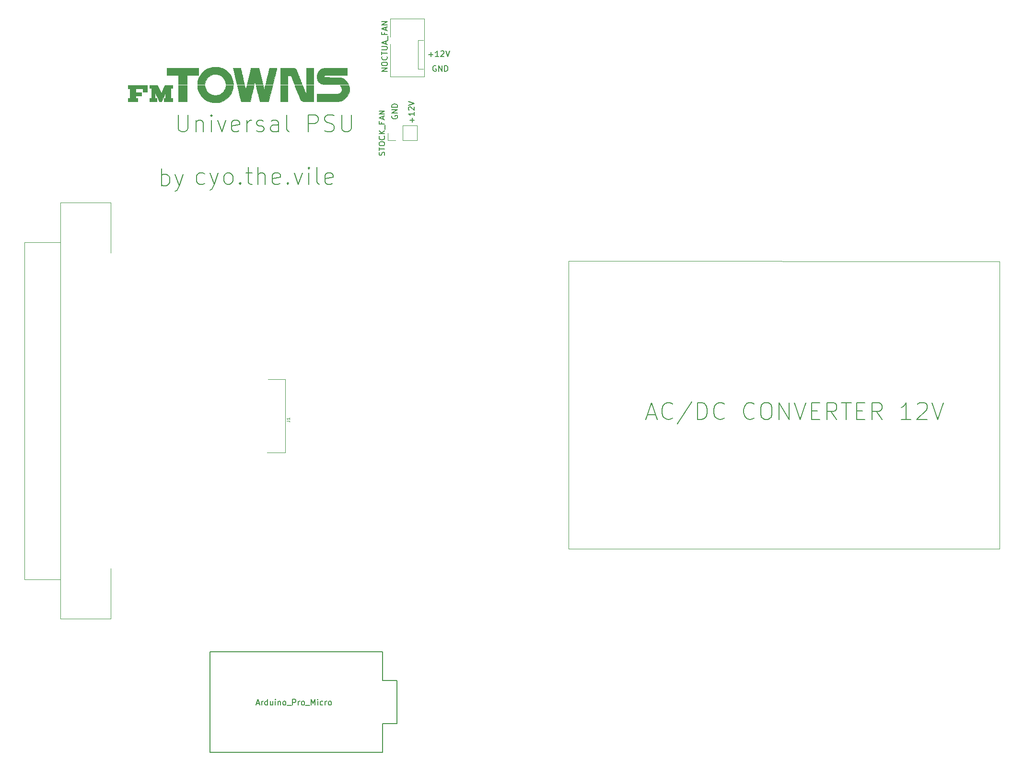
<source format=gbr>
%TF.GenerationSoftware,KiCad,Pcbnew,(5.1.9)-1*%
%TF.CreationDate,2021-04-02T12:34:59-05:00*%
%TF.ProjectId,FM Towns Pico Adapter,464d2054-6f77-46e7-9320-5069636f2041,rev?*%
%TF.SameCoordinates,Original*%
%TF.FileFunction,Legend,Top*%
%TF.FilePolarity,Positive*%
%FSLAX46Y46*%
G04 Gerber Fmt 4.6, Leading zero omitted, Abs format (unit mm)*
G04 Created by KiCad (PCBNEW (5.1.9)-1) date 2021-04-02 12:34:59*
%MOMM*%
%LPD*%
G01*
G04 APERTURE LIST*
%ADD10C,0.150000*%
%ADD11C,0.120000*%
%ADD12C,0.010000*%
%ADD13C,0.100000*%
%ADD14C,0.121920*%
G04 APERTURE END LIST*
D10*
X102491428Y-47521904D02*
X102491428Y-46760000D01*
X102872380Y-47140952D02*
X102110476Y-47140952D01*
X102872380Y-45760000D02*
X102872380Y-46331428D01*
X102872380Y-46045714D02*
X101872380Y-46045714D01*
X102015238Y-46140952D01*
X102110476Y-46236190D01*
X102158095Y-46331428D01*
X101967619Y-45379047D02*
X101920000Y-45331428D01*
X101872380Y-45236190D01*
X101872380Y-44998095D01*
X101920000Y-44902857D01*
X101967619Y-44855238D01*
X102062857Y-44807619D01*
X102158095Y-44807619D01*
X102300952Y-44855238D01*
X102872380Y-45426666D01*
X102872380Y-44807619D01*
X101872380Y-44521904D02*
X102872380Y-44188571D01*
X101872380Y-43855238D01*
X98970000Y-46381904D02*
X98922380Y-46477142D01*
X98922380Y-46620000D01*
X98970000Y-46762857D01*
X99065238Y-46858095D01*
X99160476Y-46905714D01*
X99350952Y-46953333D01*
X99493809Y-46953333D01*
X99684285Y-46905714D01*
X99779523Y-46858095D01*
X99874761Y-46762857D01*
X99922380Y-46620000D01*
X99922380Y-46524761D01*
X99874761Y-46381904D01*
X99827142Y-46334285D01*
X99493809Y-46334285D01*
X99493809Y-46524761D01*
X99922380Y-45905714D02*
X98922380Y-45905714D01*
X99922380Y-45334285D01*
X98922380Y-45334285D01*
X99922380Y-44858095D02*
X98922380Y-44858095D01*
X98922380Y-44620000D01*
X98970000Y-44477142D01*
X99065238Y-44381904D01*
X99160476Y-44334285D01*
X99350952Y-44286666D01*
X99493809Y-44286666D01*
X99684285Y-44334285D01*
X99779523Y-44381904D01*
X99874761Y-44477142D01*
X99922380Y-44620000D01*
X99922380Y-44858095D01*
X106718095Y-37550000D02*
X106622857Y-37502380D01*
X106480000Y-37502380D01*
X106337142Y-37550000D01*
X106241904Y-37645238D01*
X106194285Y-37740476D01*
X106146666Y-37930952D01*
X106146666Y-38073809D01*
X106194285Y-38264285D01*
X106241904Y-38359523D01*
X106337142Y-38454761D01*
X106480000Y-38502380D01*
X106575238Y-38502380D01*
X106718095Y-38454761D01*
X106765714Y-38407142D01*
X106765714Y-38073809D01*
X106575238Y-38073809D01*
X107194285Y-38502380D02*
X107194285Y-37502380D01*
X107765714Y-38502380D01*
X107765714Y-37502380D01*
X108241904Y-38502380D02*
X108241904Y-37502380D01*
X108480000Y-37502380D01*
X108622857Y-37550000D01*
X108718095Y-37645238D01*
X108765714Y-37740476D01*
X108813333Y-37930952D01*
X108813333Y-38073809D01*
X108765714Y-38264285D01*
X108718095Y-38359523D01*
X108622857Y-38454761D01*
X108480000Y-38502380D01*
X108241904Y-38502380D01*
X105428095Y-35541428D02*
X106190000Y-35541428D01*
X105809047Y-35922380D02*
X105809047Y-35160476D01*
X107190000Y-35922380D02*
X106618571Y-35922380D01*
X106904285Y-35922380D02*
X106904285Y-34922380D01*
X106809047Y-35065238D01*
X106713809Y-35160476D01*
X106618571Y-35208095D01*
X107570952Y-35017619D02*
X107618571Y-34970000D01*
X107713809Y-34922380D01*
X107951904Y-34922380D01*
X108047142Y-34970000D01*
X108094761Y-35017619D01*
X108142380Y-35112857D01*
X108142380Y-35208095D01*
X108094761Y-35350952D01*
X107523333Y-35922380D01*
X108142380Y-35922380D01*
X108428095Y-34922380D02*
X108761428Y-35922380D01*
X109094761Y-34922380D01*
D11*
X77350000Y-105960000D02*
X76900000Y-105960000D01*
X80090000Y-105960000D02*
X77350000Y-105960000D01*
X80090000Y-92950000D02*
X80090000Y-105960000D01*
X77060000Y-92950000D02*
X80090000Y-92950000D01*
D10*
X75010952Y-150276666D02*
X75487142Y-150276666D01*
X74915714Y-150562380D02*
X75249047Y-149562380D01*
X75582380Y-150562380D01*
X75915714Y-150562380D02*
X75915714Y-149895714D01*
X75915714Y-150086190D02*
X75963333Y-149990952D01*
X76010952Y-149943333D01*
X76106190Y-149895714D01*
X76201428Y-149895714D01*
X76963333Y-150562380D02*
X76963333Y-149562380D01*
X76963333Y-150514761D02*
X76868095Y-150562380D01*
X76677619Y-150562380D01*
X76582380Y-150514761D01*
X76534761Y-150467142D01*
X76487142Y-150371904D01*
X76487142Y-150086190D01*
X76534761Y-149990952D01*
X76582380Y-149943333D01*
X76677619Y-149895714D01*
X76868095Y-149895714D01*
X76963333Y-149943333D01*
X77868095Y-149895714D02*
X77868095Y-150562380D01*
X77439523Y-149895714D02*
X77439523Y-150419523D01*
X77487142Y-150514761D01*
X77582380Y-150562380D01*
X77725238Y-150562380D01*
X77820476Y-150514761D01*
X77868095Y-150467142D01*
X78344285Y-150562380D02*
X78344285Y-149895714D01*
X78344285Y-149562380D02*
X78296666Y-149610000D01*
X78344285Y-149657619D01*
X78391904Y-149610000D01*
X78344285Y-149562380D01*
X78344285Y-149657619D01*
X78820476Y-149895714D02*
X78820476Y-150562380D01*
X78820476Y-149990952D02*
X78868095Y-149943333D01*
X78963333Y-149895714D01*
X79106190Y-149895714D01*
X79201428Y-149943333D01*
X79249047Y-150038571D01*
X79249047Y-150562380D01*
X79868095Y-150562380D02*
X79772857Y-150514761D01*
X79725238Y-150467142D01*
X79677619Y-150371904D01*
X79677619Y-150086190D01*
X79725238Y-149990952D01*
X79772857Y-149943333D01*
X79868095Y-149895714D01*
X80010952Y-149895714D01*
X80106190Y-149943333D01*
X80153809Y-149990952D01*
X80201428Y-150086190D01*
X80201428Y-150371904D01*
X80153809Y-150467142D01*
X80106190Y-150514761D01*
X80010952Y-150562380D01*
X79868095Y-150562380D01*
X80391904Y-150657619D02*
X81153809Y-150657619D01*
X81391904Y-150562380D02*
X81391904Y-149562380D01*
X81772857Y-149562380D01*
X81868095Y-149610000D01*
X81915714Y-149657619D01*
X81963333Y-149752857D01*
X81963333Y-149895714D01*
X81915714Y-149990952D01*
X81868095Y-150038571D01*
X81772857Y-150086190D01*
X81391904Y-150086190D01*
X82391904Y-150562380D02*
X82391904Y-149895714D01*
X82391904Y-150086190D02*
X82439523Y-149990952D01*
X82487142Y-149943333D01*
X82582380Y-149895714D01*
X82677619Y-149895714D01*
X83153809Y-150562380D02*
X83058571Y-150514761D01*
X83010952Y-150467142D01*
X82963333Y-150371904D01*
X82963333Y-150086190D01*
X83010952Y-149990952D01*
X83058571Y-149943333D01*
X83153809Y-149895714D01*
X83296666Y-149895714D01*
X83391904Y-149943333D01*
X83439523Y-149990952D01*
X83487142Y-150086190D01*
X83487142Y-150371904D01*
X83439523Y-150467142D01*
X83391904Y-150514761D01*
X83296666Y-150562380D01*
X83153809Y-150562380D01*
X83677619Y-150657619D02*
X84439523Y-150657619D01*
X84677619Y-150562380D02*
X84677619Y-149562380D01*
X85010952Y-150276666D01*
X85344285Y-149562380D01*
X85344285Y-150562380D01*
X85820476Y-150562380D02*
X85820476Y-149895714D01*
X85820476Y-149562380D02*
X85772857Y-149610000D01*
X85820476Y-149657619D01*
X85868095Y-149610000D01*
X85820476Y-149562380D01*
X85820476Y-149657619D01*
X86725238Y-150514761D02*
X86630000Y-150562380D01*
X86439523Y-150562380D01*
X86344285Y-150514761D01*
X86296666Y-150467142D01*
X86249047Y-150371904D01*
X86249047Y-150086190D01*
X86296666Y-149990952D01*
X86344285Y-149943333D01*
X86439523Y-149895714D01*
X86630000Y-149895714D01*
X86725238Y-149943333D01*
X87153809Y-150562380D02*
X87153809Y-149895714D01*
X87153809Y-150086190D02*
X87201428Y-149990952D01*
X87249047Y-149943333D01*
X87344285Y-149895714D01*
X87439523Y-149895714D01*
X87915714Y-150562380D02*
X87820476Y-150514761D01*
X87772857Y-150467142D01*
X87725238Y-150371904D01*
X87725238Y-150086190D01*
X87772857Y-149990952D01*
X87820476Y-149943333D01*
X87915714Y-149895714D01*
X88058571Y-149895714D01*
X88153809Y-149943333D01*
X88201428Y-149990952D01*
X88249047Y-150086190D01*
X88249047Y-150371904D01*
X88201428Y-150467142D01*
X88153809Y-150514761D01*
X88058571Y-150562380D01*
X87915714Y-150562380D01*
D11*
X206248000Y-72136000D02*
X130111500Y-72072500D01*
X206248000Y-122936000D02*
X130111500Y-122936000D01*
X130111500Y-72136000D02*
X130111500Y-122872500D01*
D10*
X58224285Y-58727142D02*
X58224285Y-55727142D01*
X58224285Y-56870000D02*
X58510000Y-56727142D01*
X59081428Y-56727142D01*
X59367142Y-56870000D01*
X59510000Y-57012857D01*
X59652857Y-57298571D01*
X59652857Y-58155714D01*
X59510000Y-58441428D01*
X59367142Y-58584285D01*
X59081428Y-58727142D01*
X58510000Y-58727142D01*
X58224285Y-58584285D01*
X60652857Y-56727142D02*
X61367142Y-58727142D01*
X62081428Y-56727142D02*
X61367142Y-58727142D01*
X61081428Y-59441428D01*
X60938571Y-59584285D01*
X60652857Y-59727142D01*
X61194285Y-46197142D02*
X61194285Y-48625714D01*
X61337142Y-48911428D01*
X61480000Y-49054285D01*
X61765714Y-49197142D01*
X62337142Y-49197142D01*
X62622857Y-49054285D01*
X62765714Y-48911428D01*
X62908571Y-48625714D01*
X62908571Y-46197142D01*
X64337142Y-47197142D02*
X64337142Y-49197142D01*
X64337142Y-47482857D02*
X64480000Y-47340000D01*
X64765714Y-47197142D01*
X65194285Y-47197142D01*
X65480000Y-47340000D01*
X65622857Y-47625714D01*
X65622857Y-49197142D01*
X67051428Y-49197142D02*
X67051428Y-47197142D01*
X67051428Y-46197142D02*
X66908571Y-46340000D01*
X67051428Y-46482857D01*
X67194285Y-46340000D01*
X67051428Y-46197142D01*
X67051428Y-46482857D01*
X68194285Y-47197142D02*
X68908571Y-49197142D01*
X69622857Y-47197142D01*
X71908571Y-49054285D02*
X71622857Y-49197142D01*
X71051428Y-49197142D01*
X70765714Y-49054285D01*
X70622857Y-48768571D01*
X70622857Y-47625714D01*
X70765714Y-47340000D01*
X71051428Y-47197142D01*
X71622857Y-47197142D01*
X71908571Y-47340000D01*
X72051428Y-47625714D01*
X72051428Y-47911428D01*
X70622857Y-48197142D01*
X73337142Y-49197142D02*
X73337142Y-47197142D01*
X73337142Y-47768571D02*
X73480000Y-47482857D01*
X73622857Y-47340000D01*
X73908571Y-47197142D01*
X74194285Y-47197142D01*
X75051428Y-49054285D02*
X75337142Y-49197142D01*
X75908571Y-49197142D01*
X76194285Y-49054285D01*
X76337142Y-48768571D01*
X76337142Y-48625714D01*
X76194285Y-48340000D01*
X75908571Y-48197142D01*
X75480000Y-48197142D01*
X75194285Y-48054285D01*
X75051428Y-47768571D01*
X75051428Y-47625714D01*
X75194285Y-47340000D01*
X75480000Y-47197142D01*
X75908571Y-47197142D01*
X76194285Y-47340000D01*
X78908571Y-49197142D02*
X78908571Y-47625714D01*
X78765714Y-47340000D01*
X78480000Y-47197142D01*
X77908571Y-47197142D01*
X77622857Y-47340000D01*
X78908571Y-49054285D02*
X78622857Y-49197142D01*
X77908571Y-49197142D01*
X77622857Y-49054285D01*
X77480000Y-48768571D01*
X77480000Y-48482857D01*
X77622857Y-48197142D01*
X77908571Y-48054285D01*
X78622857Y-48054285D01*
X78908571Y-47911428D01*
X80765714Y-49197142D02*
X80480000Y-49054285D01*
X80337142Y-48768571D01*
X80337142Y-46197142D01*
X84194285Y-49197142D02*
X84194285Y-46197142D01*
X85337142Y-46197142D01*
X85622857Y-46340000D01*
X85765714Y-46482857D01*
X85908571Y-46768571D01*
X85908571Y-47197142D01*
X85765714Y-47482857D01*
X85622857Y-47625714D01*
X85337142Y-47768571D01*
X84194285Y-47768571D01*
X87051428Y-49054285D02*
X87480000Y-49197142D01*
X88194285Y-49197142D01*
X88480000Y-49054285D01*
X88622857Y-48911428D01*
X88765714Y-48625714D01*
X88765714Y-48340000D01*
X88622857Y-48054285D01*
X88480000Y-47911428D01*
X88194285Y-47768571D01*
X87622857Y-47625714D01*
X87337142Y-47482857D01*
X87194285Y-47340000D01*
X87051428Y-47054285D01*
X87051428Y-46768571D01*
X87194285Y-46482857D01*
X87337142Y-46340000D01*
X87622857Y-46197142D01*
X88337142Y-46197142D01*
X88765714Y-46340000D01*
X90051428Y-46197142D02*
X90051428Y-48625714D01*
X90194285Y-48911428D01*
X90337142Y-49054285D01*
X90622857Y-49197142D01*
X91194285Y-49197142D01*
X91480000Y-49054285D01*
X91622857Y-48911428D01*
X91765714Y-48625714D01*
X91765714Y-46197142D01*
X65837142Y-58354285D02*
X65551428Y-58497142D01*
X64980000Y-58497142D01*
X64694285Y-58354285D01*
X64551428Y-58211428D01*
X64408571Y-57925714D01*
X64408571Y-57068571D01*
X64551428Y-56782857D01*
X64694285Y-56640000D01*
X64980000Y-56497142D01*
X65551428Y-56497142D01*
X65837142Y-56640000D01*
X66837142Y-56497142D02*
X67551428Y-58497142D01*
X68265714Y-56497142D02*
X67551428Y-58497142D01*
X67265714Y-59211428D01*
X67122857Y-59354285D01*
X66837142Y-59497142D01*
X69837142Y-58497142D02*
X69551428Y-58354285D01*
X69408571Y-58211428D01*
X69265714Y-57925714D01*
X69265714Y-57068571D01*
X69408571Y-56782857D01*
X69551428Y-56640000D01*
X69837142Y-56497142D01*
X70265714Y-56497142D01*
X70551428Y-56640000D01*
X70694285Y-56782857D01*
X70837142Y-57068571D01*
X70837142Y-57925714D01*
X70694285Y-58211428D01*
X70551428Y-58354285D01*
X70265714Y-58497142D01*
X69837142Y-58497142D01*
X72122857Y-58211428D02*
X72265714Y-58354285D01*
X72122857Y-58497142D01*
X71980000Y-58354285D01*
X72122857Y-58211428D01*
X72122857Y-58497142D01*
X73122857Y-56497142D02*
X74265714Y-56497142D01*
X73551428Y-55497142D02*
X73551428Y-58068571D01*
X73694285Y-58354285D01*
X73980000Y-58497142D01*
X74265714Y-58497142D01*
X75265714Y-58497142D02*
X75265714Y-55497142D01*
X76551428Y-58497142D02*
X76551428Y-56925714D01*
X76408571Y-56640000D01*
X76122857Y-56497142D01*
X75694285Y-56497142D01*
X75408571Y-56640000D01*
X75265714Y-56782857D01*
X79122857Y-58354285D02*
X78837142Y-58497142D01*
X78265714Y-58497142D01*
X77980000Y-58354285D01*
X77837142Y-58068571D01*
X77837142Y-56925714D01*
X77980000Y-56640000D01*
X78265714Y-56497142D01*
X78837142Y-56497142D01*
X79122857Y-56640000D01*
X79265714Y-56925714D01*
X79265714Y-57211428D01*
X77837142Y-57497142D01*
X80551428Y-58211428D02*
X80694285Y-58354285D01*
X80551428Y-58497142D01*
X80408571Y-58354285D01*
X80551428Y-58211428D01*
X80551428Y-58497142D01*
X81694285Y-56497142D02*
X82408571Y-58497142D01*
X83122857Y-56497142D01*
X84265714Y-58497142D02*
X84265714Y-56497142D01*
X84265714Y-55497142D02*
X84122857Y-55640000D01*
X84265714Y-55782857D01*
X84408571Y-55640000D01*
X84265714Y-55497142D01*
X84265714Y-55782857D01*
X86122857Y-58497142D02*
X85837142Y-58354285D01*
X85694285Y-58068571D01*
X85694285Y-55497142D01*
X88408571Y-58354285D02*
X88122857Y-58497142D01*
X87551428Y-58497142D01*
X87265714Y-58354285D01*
X87122857Y-58068571D01*
X87122857Y-56925714D01*
X87265714Y-56640000D01*
X87551428Y-56497142D01*
X88122857Y-56497142D01*
X88408571Y-56640000D01*
X88551428Y-56925714D01*
X88551428Y-57211428D01*
X87122857Y-57497142D01*
X144053000Y-99242500D02*
X145481571Y-99242500D01*
X143767285Y-100099642D02*
X144767285Y-97099642D01*
X145767285Y-100099642D01*
X148481571Y-99813928D02*
X148338714Y-99956785D01*
X147910142Y-100099642D01*
X147624428Y-100099642D01*
X147195857Y-99956785D01*
X146910142Y-99671071D01*
X146767285Y-99385357D01*
X146624428Y-98813928D01*
X146624428Y-98385357D01*
X146767285Y-97813928D01*
X146910142Y-97528214D01*
X147195857Y-97242500D01*
X147624428Y-97099642D01*
X147910142Y-97099642D01*
X148338714Y-97242500D01*
X148481571Y-97385357D01*
X151910142Y-96956785D02*
X149338714Y-100813928D01*
X152910142Y-100099642D02*
X152910142Y-97099642D01*
X153624428Y-97099642D01*
X154053000Y-97242500D01*
X154338714Y-97528214D01*
X154481571Y-97813928D01*
X154624428Y-98385357D01*
X154624428Y-98813928D01*
X154481571Y-99385357D01*
X154338714Y-99671071D01*
X154053000Y-99956785D01*
X153624428Y-100099642D01*
X152910142Y-100099642D01*
X157624428Y-99813928D02*
X157481571Y-99956785D01*
X157053000Y-100099642D01*
X156767285Y-100099642D01*
X156338714Y-99956785D01*
X156053000Y-99671071D01*
X155910142Y-99385357D01*
X155767285Y-98813928D01*
X155767285Y-98385357D01*
X155910142Y-97813928D01*
X156053000Y-97528214D01*
X156338714Y-97242500D01*
X156767285Y-97099642D01*
X157053000Y-97099642D01*
X157481571Y-97242500D01*
X157624428Y-97385357D01*
X162910142Y-99813928D02*
X162767285Y-99956785D01*
X162338714Y-100099642D01*
X162053000Y-100099642D01*
X161624428Y-99956785D01*
X161338714Y-99671071D01*
X161195857Y-99385357D01*
X161053000Y-98813928D01*
X161053000Y-98385357D01*
X161195857Y-97813928D01*
X161338714Y-97528214D01*
X161624428Y-97242500D01*
X162053000Y-97099642D01*
X162338714Y-97099642D01*
X162767285Y-97242500D01*
X162910142Y-97385357D01*
X164767285Y-97099642D02*
X165338714Y-97099642D01*
X165624428Y-97242500D01*
X165910142Y-97528214D01*
X166053000Y-98099642D01*
X166053000Y-99099642D01*
X165910142Y-99671071D01*
X165624428Y-99956785D01*
X165338714Y-100099642D01*
X164767285Y-100099642D01*
X164481571Y-99956785D01*
X164195857Y-99671071D01*
X164053000Y-99099642D01*
X164053000Y-98099642D01*
X164195857Y-97528214D01*
X164481571Y-97242500D01*
X164767285Y-97099642D01*
X167338714Y-100099642D02*
X167338714Y-97099642D01*
X169053000Y-100099642D01*
X169053000Y-97099642D01*
X170053000Y-97099642D02*
X171053000Y-100099642D01*
X172053000Y-97099642D01*
X173053000Y-98528214D02*
X174053000Y-98528214D01*
X174481571Y-100099642D02*
X173053000Y-100099642D01*
X173053000Y-97099642D01*
X174481571Y-97099642D01*
X177481571Y-100099642D02*
X176481571Y-98671071D01*
X175767285Y-100099642D02*
X175767285Y-97099642D01*
X176910142Y-97099642D01*
X177195857Y-97242500D01*
X177338714Y-97385357D01*
X177481571Y-97671071D01*
X177481571Y-98099642D01*
X177338714Y-98385357D01*
X177195857Y-98528214D01*
X176910142Y-98671071D01*
X175767285Y-98671071D01*
X178338714Y-97099642D02*
X180053000Y-97099642D01*
X179195857Y-100099642D02*
X179195857Y-97099642D01*
X181053000Y-98528214D02*
X182053000Y-98528214D01*
X182481571Y-100099642D02*
X181053000Y-100099642D01*
X181053000Y-97099642D01*
X182481571Y-97099642D01*
X185481571Y-100099642D02*
X184481571Y-98671071D01*
X183767285Y-100099642D02*
X183767285Y-97099642D01*
X184910142Y-97099642D01*
X185195857Y-97242500D01*
X185338714Y-97385357D01*
X185481571Y-97671071D01*
X185481571Y-98099642D01*
X185338714Y-98385357D01*
X185195857Y-98528214D01*
X184910142Y-98671071D01*
X183767285Y-98671071D01*
X190624428Y-100099642D02*
X188910142Y-100099642D01*
X189767285Y-100099642D02*
X189767285Y-97099642D01*
X189481571Y-97528214D01*
X189195857Y-97813928D01*
X188910142Y-97956785D01*
X191767285Y-97385357D02*
X191910142Y-97242500D01*
X192195857Y-97099642D01*
X192910142Y-97099642D01*
X193195857Y-97242500D01*
X193338714Y-97385357D01*
X193481571Y-97671071D01*
X193481571Y-97956785D01*
X193338714Y-98385357D01*
X191624428Y-100099642D01*
X193481571Y-100099642D01*
X194338714Y-97099642D02*
X195338714Y-100099642D01*
X196338714Y-97099642D01*
D11*
X206248000Y-122936000D02*
X206248000Y-72136000D01*
%TO.C,NOCTUA_FAN*%
X98620000Y-39500000D02*
X98620000Y-33750000D01*
X98670000Y-32400000D02*
X98670000Y-29200000D01*
X98670000Y-29200000D02*
X104620000Y-29200000D01*
X104620000Y-29200000D02*
X104620000Y-39500000D01*
X104620000Y-39500000D02*
X98620000Y-39500000D01*
X104520000Y-38150000D02*
X103510000Y-38150000D01*
X103510000Y-38150000D02*
X103510000Y-33070000D01*
X103510000Y-33070000D02*
X104520000Y-33070000D01*
D10*
%TO.C,U1*%
X97240000Y-141130000D02*
X66760000Y-141130000D01*
X97240000Y-141130000D02*
X97240000Y-146210000D01*
X97240000Y-146210000D02*
X99780000Y-146210000D01*
X99780000Y-146210000D02*
X99780000Y-153830000D01*
X99780000Y-153830000D02*
X97240000Y-153830000D01*
X97240000Y-153830000D02*
X97240000Y-158910000D01*
X97240000Y-158910000D02*
X66760000Y-158910000D01*
X66760000Y-158910000D02*
X66760000Y-141130000D01*
D11*
%TO.C,STOCK_FAN*%
X103400000Y-50760000D02*
X103400000Y-48100000D01*
X100800000Y-50760000D02*
X103400000Y-50760000D01*
X100800000Y-48100000D02*
X103400000Y-48100000D01*
X100800000Y-50760000D02*
X100800000Y-48100000D01*
X99530000Y-50760000D02*
X98200000Y-50760000D01*
X98200000Y-50760000D02*
X98200000Y-49430000D01*
D12*
%TO.C,G\u002A\u002A\u002A*%
G36*
X65897366Y-41107433D02*
G01*
X65941235Y-41348094D01*
X66015607Y-41577507D01*
X66118314Y-41793346D01*
X66247187Y-41993284D01*
X66400057Y-42174993D01*
X66574758Y-42336147D01*
X66769120Y-42474419D01*
X66980975Y-42587481D01*
X67208155Y-42673006D01*
X67399972Y-42720130D01*
X67511765Y-42735131D01*
X67644535Y-42743248D01*
X67786101Y-42744495D01*
X67924285Y-42738886D01*
X68046906Y-42726434D01*
X68089815Y-42719361D01*
X68320277Y-42659161D01*
X68539296Y-42569573D01*
X68744341Y-42453190D01*
X68932880Y-42312601D01*
X69102381Y-42150398D01*
X69250312Y-41969171D01*
X69374141Y-41771511D01*
X69471336Y-41560010D01*
X69539365Y-41337258D01*
X69563332Y-41211551D01*
X69573838Y-41142853D01*
X69583271Y-41083164D01*
X69589848Y-41043731D01*
X69590582Y-41039700D01*
X69597711Y-41001600D01*
X70916592Y-41001600D01*
X70907217Y-41115900D01*
X70892757Y-41251866D01*
X70871508Y-41399461D01*
X70845833Y-41544174D01*
X70818095Y-41671490D01*
X70814336Y-41686493D01*
X70718587Y-41994617D01*
X70593126Y-42288741D01*
X70439727Y-42567009D01*
X70260166Y-42827565D01*
X70056219Y-43068553D01*
X69829661Y-43288116D01*
X69582268Y-43484400D01*
X69315816Y-43655547D01*
X69032079Y-43799702D01*
X68732834Y-43915009D01*
X68660817Y-43937610D01*
X68384337Y-44007589D01*
X68105203Y-44051227D01*
X67816080Y-44069355D01*
X67539666Y-44064462D01*
X67235684Y-44032150D01*
X66932606Y-43967707D01*
X66634487Y-43872720D01*
X66345385Y-43748779D01*
X66069356Y-43597470D01*
X65810459Y-43420383D01*
X65727800Y-43355190D01*
X65629322Y-43268856D01*
X65520983Y-43164087D01*
X65410590Y-43049204D01*
X65305951Y-42932530D01*
X65214875Y-42822387D01*
X65163448Y-42753734D01*
X64983912Y-42471596D01*
X64835697Y-42177552D01*
X64719235Y-41872775D01*
X64634954Y-41558436D01*
X64583285Y-41235709D01*
X64575181Y-41149767D01*
X64563209Y-41001600D01*
X65885341Y-41001600D01*
X65897366Y-41107433D01*
G37*
X65897366Y-41107433D02*
X65941235Y-41348094D01*
X66015607Y-41577507D01*
X66118314Y-41793346D01*
X66247187Y-41993284D01*
X66400057Y-42174993D01*
X66574758Y-42336147D01*
X66769120Y-42474419D01*
X66980975Y-42587481D01*
X67208155Y-42673006D01*
X67399972Y-42720130D01*
X67511765Y-42735131D01*
X67644535Y-42743248D01*
X67786101Y-42744495D01*
X67924285Y-42738886D01*
X68046906Y-42726434D01*
X68089815Y-42719361D01*
X68320277Y-42659161D01*
X68539296Y-42569573D01*
X68744341Y-42453190D01*
X68932880Y-42312601D01*
X69102381Y-42150398D01*
X69250312Y-41969171D01*
X69374141Y-41771511D01*
X69471336Y-41560010D01*
X69539365Y-41337258D01*
X69563332Y-41211551D01*
X69573838Y-41142853D01*
X69583271Y-41083164D01*
X69589848Y-41043731D01*
X69590582Y-41039700D01*
X69597711Y-41001600D01*
X70916592Y-41001600D01*
X70907217Y-41115900D01*
X70892757Y-41251866D01*
X70871508Y-41399461D01*
X70845833Y-41544174D01*
X70818095Y-41671490D01*
X70814336Y-41686493D01*
X70718587Y-41994617D01*
X70593126Y-42288741D01*
X70439727Y-42567009D01*
X70260166Y-42827565D01*
X70056219Y-43068553D01*
X69829661Y-43288116D01*
X69582268Y-43484400D01*
X69315816Y-43655547D01*
X69032079Y-43799702D01*
X68732834Y-43915009D01*
X68660817Y-43937610D01*
X68384337Y-44007589D01*
X68105203Y-44051227D01*
X67816080Y-44069355D01*
X67539666Y-44064462D01*
X67235684Y-44032150D01*
X66932606Y-43967707D01*
X66634487Y-43872720D01*
X66345385Y-43748779D01*
X66069356Y-43597470D01*
X65810459Y-43420383D01*
X65727800Y-43355190D01*
X65629322Y-43268856D01*
X65520983Y-43164087D01*
X65410590Y-43049204D01*
X65305951Y-42932530D01*
X65214875Y-42822387D01*
X65163448Y-42753734D01*
X64983912Y-42471596D01*
X64835697Y-42177552D01*
X64719235Y-41872775D01*
X64634954Y-41558436D01*
X64583285Y-41235709D01*
X64575181Y-41149767D01*
X64563209Y-41001600D01*
X65885341Y-41001600D01*
X65897366Y-41107433D01*
G36*
X56822557Y-40971781D02*
G01*
X57526982Y-40976200D01*
X57854386Y-41687400D01*
X57921477Y-41832951D01*
X57984532Y-41969385D01*
X58042081Y-42093551D01*
X58092656Y-42202295D01*
X58134789Y-42292467D01*
X58167011Y-42360915D01*
X58187854Y-42404486D01*
X58195595Y-42419716D01*
X58205421Y-42409705D01*
X58227347Y-42369439D01*
X58260839Y-42300085D01*
X58305367Y-42202811D01*
X58360399Y-42078784D01*
X58425402Y-41929173D01*
X58499845Y-41755144D01*
X58521426Y-41704283D01*
X58833452Y-40967733D01*
X60232933Y-40967733D01*
X60232933Y-41526533D01*
X59877022Y-41526533D01*
X59881411Y-42385900D01*
X59885799Y-43245267D01*
X60059366Y-43250092D01*
X60232933Y-43254918D01*
X60232933Y-43863675D01*
X58683533Y-43854867D01*
X58674285Y-43253733D01*
X58912133Y-43253733D01*
X58910987Y-42775367D01*
X58910093Y-42623098D01*
X58908229Y-42501768D01*
X58905421Y-42412010D01*
X58901692Y-42354461D01*
X58897067Y-42329756D01*
X58893917Y-42330867D01*
X58884619Y-42353107D01*
X58864202Y-42403601D01*
X58833960Y-42479092D01*
X58795191Y-42576324D01*
X58749189Y-42692042D01*
X58697252Y-42822991D01*
X58640675Y-42965914D01*
X58583817Y-43109800D01*
X58289641Y-43854867D01*
X58063254Y-43859388D01*
X57836866Y-43863909D01*
X57464995Y-43058080D01*
X57393477Y-42903494D01*
X57325968Y-42758330D01*
X57263836Y-42625475D01*
X57208448Y-42507816D01*
X57161171Y-42408241D01*
X57123371Y-42329638D01*
X57096416Y-42274893D01*
X57081673Y-42246895D01*
X57079508Y-42243836D01*
X57076237Y-42257907D01*
X57073543Y-42301781D01*
X57071500Y-42371400D01*
X57070183Y-42462704D01*
X57069666Y-42571635D01*
X57070025Y-42694132D01*
X57070379Y-42740344D01*
X57074866Y-43245267D01*
X57248433Y-43250092D01*
X57422000Y-43254918D01*
X57422000Y-43863333D01*
X56118133Y-43863333D01*
X56118133Y-43253733D01*
X56439866Y-43253733D01*
X56439866Y-41526533D01*
X56118133Y-41526533D01*
X56118133Y-40967362D01*
X56822557Y-40971781D01*
G37*
X56822557Y-40971781D02*
X57526982Y-40976200D01*
X57854386Y-41687400D01*
X57921477Y-41832951D01*
X57984532Y-41969385D01*
X58042081Y-42093551D01*
X58092656Y-42202295D01*
X58134789Y-42292467D01*
X58167011Y-42360915D01*
X58187854Y-42404486D01*
X58195595Y-42419716D01*
X58205421Y-42409705D01*
X58227347Y-42369439D01*
X58260839Y-42300085D01*
X58305367Y-42202811D01*
X58360399Y-42078784D01*
X58425402Y-41929173D01*
X58499845Y-41755144D01*
X58521426Y-41704283D01*
X58833452Y-40967733D01*
X60232933Y-40967733D01*
X60232933Y-41526533D01*
X59877022Y-41526533D01*
X59881411Y-42385900D01*
X59885799Y-43245267D01*
X60059366Y-43250092D01*
X60232933Y-43254918D01*
X60232933Y-43863675D01*
X58683533Y-43854867D01*
X58674285Y-43253733D01*
X58912133Y-43253733D01*
X58910987Y-42775367D01*
X58910093Y-42623098D01*
X58908229Y-42501768D01*
X58905421Y-42412010D01*
X58901692Y-42354461D01*
X58897067Y-42329756D01*
X58893917Y-42330867D01*
X58884619Y-42353107D01*
X58864202Y-42403601D01*
X58833960Y-42479092D01*
X58795191Y-42576324D01*
X58749189Y-42692042D01*
X58697252Y-42822991D01*
X58640675Y-42965914D01*
X58583817Y-43109800D01*
X58289641Y-43854867D01*
X58063254Y-43859388D01*
X57836866Y-43863909D01*
X57464995Y-43058080D01*
X57393477Y-42903494D01*
X57325968Y-42758330D01*
X57263836Y-42625475D01*
X57208448Y-42507816D01*
X57161171Y-42408241D01*
X57123371Y-42329638D01*
X57096416Y-42274893D01*
X57081673Y-42246895D01*
X57079508Y-42243836D01*
X57076237Y-42257907D01*
X57073543Y-42301781D01*
X57071500Y-42371400D01*
X57070183Y-42462704D01*
X57069666Y-42571635D01*
X57070025Y-42694132D01*
X57070379Y-42740344D01*
X57074866Y-43245267D01*
X57248433Y-43250092D01*
X57422000Y-43254918D01*
X57422000Y-43863333D01*
X56118133Y-43863333D01*
X56118133Y-43253733D01*
X56439866Y-43253733D01*
X56439866Y-41526533D01*
X56118133Y-41526533D01*
X56118133Y-40967362D01*
X56822557Y-40971781D01*
G36*
X62705199Y-43863333D02*
G01*
X61248933Y-43863333D01*
X61248933Y-41001600D01*
X62705199Y-41001600D01*
X62705199Y-43863333D01*
G37*
X62705199Y-43863333D02*
X61248933Y-43863333D01*
X61248933Y-41001600D01*
X62705199Y-41001600D01*
X62705199Y-43863333D01*
G36*
X55745600Y-42136133D02*
G01*
X54932800Y-42136133D01*
X54932800Y-41577333D01*
X53713599Y-41577333D01*
X53713599Y-42237733D01*
X54695733Y-42237733D01*
X54695733Y-42830400D01*
X53696666Y-42830400D01*
X53696666Y-43270667D01*
X54052266Y-43270667D01*
X54052266Y-43846400D01*
X52358933Y-43846400D01*
X52358933Y-43270667D01*
X52680666Y-43270667D01*
X52680666Y-41577333D01*
X52358933Y-41577333D01*
X52358933Y-40967733D01*
X55745600Y-40967733D01*
X55745600Y-42136133D01*
G37*
X55745600Y-42136133D02*
X54932800Y-42136133D01*
X54932800Y-41577333D01*
X53713599Y-41577333D01*
X53713599Y-42237733D01*
X54695733Y-42237733D01*
X54695733Y-42830400D01*
X53696666Y-42830400D01*
X53696666Y-43270667D01*
X54052266Y-43270667D01*
X54052266Y-43846400D01*
X52358933Y-43846400D01*
X52358933Y-43270667D01*
X52680666Y-43270667D01*
X52680666Y-41577333D01*
X52358933Y-41577333D01*
X52358933Y-40967733D01*
X55745600Y-40967733D01*
X55745600Y-42136133D01*
G36*
X72999839Y-41400621D02*
G01*
X73025572Y-41510040D01*
X73049481Y-41606196D01*
X73070420Y-41684912D01*
X73087240Y-41742009D01*
X73098795Y-41773307D01*
X73103289Y-41777388D01*
X73110557Y-41755081D01*
X73124301Y-41704794D01*
X73143244Y-41631512D01*
X73166110Y-41540222D01*
X73191621Y-41435910D01*
X73205464Y-41378367D01*
X73295585Y-41001600D01*
X74572114Y-41001600D01*
X74547491Y-41107433D01*
X74539672Y-41140420D01*
X74524557Y-41203586D01*
X74502806Y-41294191D01*
X74475080Y-41409494D01*
X74442038Y-41546755D01*
X74404340Y-41703234D01*
X74362647Y-41876191D01*
X74317617Y-42062885D01*
X74269912Y-42260576D01*
X74220192Y-42466524D01*
X74205925Y-42525600D01*
X73888982Y-43837933D01*
X73089224Y-43842332D01*
X72928279Y-43843071D01*
X72778158Y-43843477D01*
X72642161Y-43843562D01*
X72523585Y-43843337D01*
X72425729Y-43842813D01*
X72351892Y-43842002D01*
X72305373Y-43840915D01*
X72289466Y-43839585D01*
X72285631Y-43822753D01*
X72274565Y-43775733D01*
X72256923Y-43701275D01*
X72233362Y-43602124D01*
X72204538Y-43481030D01*
X72171109Y-43340741D01*
X72133729Y-43184004D01*
X72093056Y-43013566D01*
X72049746Y-42832177D01*
X72004456Y-42642584D01*
X71957841Y-42447535D01*
X71910559Y-42249777D01*
X71863265Y-42052060D01*
X71816616Y-41857129D01*
X71771269Y-41667735D01*
X71727879Y-41486623D01*
X71687104Y-41316543D01*
X71649600Y-41160242D01*
X71620645Y-41039700D01*
X71611488Y-41001600D01*
X72908443Y-41001600D01*
X72999839Y-41400621D01*
G37*
X72999839Y-41400621D02*
X73025572Y-41510040D01*
X73049481Y-41606196D01*
X73070420Y-41684912D01*
X73087240Y-41742009D01*
X73098795Y-41773307D01*
X73103289Y-41777388D01*
X73110557Y-41755081D01*
X73124301Y-41704794D01*
X73143244Y-41631512D01*
X73166110Y-41540222D01*
X73191621Y-41435910D01*
X73205464Y-41378367D01*
X73295585Y-41001600D01*
X74572114Y-41001600D01*
X74547491Y-41107433D01*
X74539672Y-41140420D01*
X74524557Y-41203586D01*
X74502806Y-41294191D01*
X74475080Y-41409494D01*
X74442038Y-41546755D01*
X74404340Y-41703234D01*
X74362647Y-41876191D01*
X74317617Y-42062885D01*
X74269912Y-42260576D01*
X74220192Y-42466524D01*
X74205925Y-42525600D01*
X73888982Y-43837933D01*
X73089224Y-43842332D01*
X72928279Y-43843071D01*
X72778158Y-43843477D01*
X72642161Y-43843562D01*
X72523585Y-43843337D01*
X72425729Y-43842813D01*
X72351892Y-43842002D01*
X72305373Y-43840915D01*
X72289466Y-43839585D01*
X72285631Y-43822753D01*
X72274565Y-43775733D01*
X72256923Y-43701275D01*
X72233362Y-43602124D01*
X72204538Y-43481030D01*
X72171109Y-43340741D01*
X72133729Y-43184004D01*
X72093056Y-43013566D01*
X72049746Y-42832177D01*
X72004456Y-42642584D01*
X71957841Y-42447535D01*
X71910559Y-42249777D01*
X71863265Y-42052060D01*
X71816616Y-41857129D01*
X71771269Y-41667735D01*
X71727879Y-41486623D01*
X71687104Y-41316543D01*
X71649600Y-41160242D01*
X71620645Y-41039700D01*
X71611488Y-41001600D01*
X72908443Y-41001600D01*
X72999839Y-41400621D01*
G36*
X77849356Y-41048167D02*
G01*
X77843625Y-41071474D01*
X77830531Y-41125172D01*
X77810689Y-41206737D01*
X77784709Y-41313644D01*
X77753206Y-41443370D01*
X77716791Y-41593391D01*
X77676077Y-41761183D01*
X77631678Y-41944222D01*
X77584205Y-42139984D01*
X77534272Y-42345946D01*
X77505091Y-42466333D01*
X77172648Y-43837933D01*
X76398525Y-43842338D01*
X76208859Y-43843234D01*
X76050606Y-43843541D01*
X75921319Y-43843205D01*
X75818548Y-43842174D01*
X75739844Y-43840395D01*
X75682759Y-43837814D01*
X75644844Y-43834379D01*
X75623650Y-43830035D01*
X75616880Y-43825404D01*
X75611642Y-43805873D01*
X75599014Y-43756599D01*
X75579722Y-43680498D01*
X75554495Y-43580485D01*
X75524060Y-43459476D01*
X75489145Y-43320384D01*
X75450478Y-43166126D01*
X75408786Y-42999616D01*
X75364798Y-42823770D01*
X75319240Y-42641503D01*
X75272841Y-42455730D01*
X75226329Y-42269366D01*
X75180430Y-42085325D01*
X75135872Y-41906524D01*
X75093384Y-41735878D01*
X75053693Y-41576301D01*
X75017527Y-41430708D01*
X74985613Y-41302016D01*
X74958680Y-41193138D01*
X74937454Y-41106990D01*
X74922663Y-41046487D01*
X74915036Y-41014545D01*
X74914133Y-41010225D01*
X74930444Y-41008270D01*
X74976892Y-41006470D01*
X75049745Y-41004877D01*
X75145274Y-41003542D01*
X75259748Y-41002517D01*
X75389436Y-41001853D01*
X75530609Y-41001601D01*
X75539525Y-41001600D01*
X75701985Y-41001691D01*
X75833811Y-41002066D01*
X75938237Y-41002875D01*
X76018497Y-41004270D01*
X76077823Y-41006402D01*
X76119448Y-41009423D01*
X76146606Y-41013483D01*
X76162530Y-41018734D01*
X76170453Y-41025326D01*
X76173088Y-41031233D01*
X76179329Y-41055802D01*
X76192263Y-41108122D01*
X76210624Y-41183026D01*
X76233149Y-41275349D01*
X76258570Y-41379922D01*
X76270637Y-41429676D01*
X76296728Y-41534426D01*
X76320828Y-41625715D01*
X76341685Y-41699232D01*
X76358045Y-41750668D01*
X76368657Y-41775711D01*
X76371522Y-41776810D01*
X76378626Y-41754675D01*
X76392210Y-41704548D01*
X76411009Y-41631408D01*
X76433754Y-41540230D01*
X76459177Y-41435991D01*
X76473013Y-41378367D01*
X76562997Y-41001600D01*
X77861178Y-41001600D01*
X77849356Y-41048167D01*
G37*
X77849356Y-41048167D02*
X77843625Y-41071474D01*
X77830531Y-41125172D01*
X77810689Y-41206737D01*
X77784709Y-41313644D01*
X77753206Y-41443370D01*
X77716791Y-41593391D01*
X77676077Y-41761183D01*
X77631678Y-41944222D01*
X77584205Y-42139984D01*
X77534272Y-42345946D01*
X77505091Y-42466333D01*
X77172648Y-43837933D01*
X76398525Y-43842338D01*
X76208859Y-43843234D01*
X76050606Y-43843541D01*
X75921319Y-43843205D01*
X75818548Y-43842174D01*
X75739844Y-43840395D01*
X75682759Y-43837814D01*
X75644844Y-43834379D01*
X75623650Y-43830035D01*
X75616880Y-43825404D01*
X75611642Y-43805873D01*
X75599014Y-43756599D01*
X75579722Y-43680498D01*
X75554495Y-43580485D01*
X75524060Y-43459476D01*
X75489145Y-43320384D01*
X75450478Y-43166126D01*
X75408786Y-42999616D01*
X75364798Y-42823770D01*
X75319240Y-42641503D01*
X75272841Y-42455730D01*
X75226329Y-42269366D01*
X75180430Y-42085325D01*
X75135872Y-41906524D01*
X75093384Y-41735878D01*
X75053693Y-41576301D01*
X75017527Y-41430708D01*
X74985613Y-41302016D01*
X74958680Y-41193138D01*
X74937454Y-41106990D01*
X74922663Y-41046487D01*
X74915036Y-41014545D01*
X74914133Y-41010225D01*
X74930444Y-41008270D01*
X74976892Y-41006470D01*
X75049745Y-41004877D01*
X75145274Y-41003542D01*
X75259748Y-41002517D01*
X75389436Y-41001853D01*
X75530609Y-41001601D01*
X75539525Y-41001600D01*
X75701985Y-41001691D01*
X75833811Y-41002066D01*
X75938237Y-41002875D01*
X76018497Y-41004270D01*
X76077823Y-41006402D01*
X76119448Y-41009423D01*
X76146606Y-41013483D01*
X76162530Y-41018734D01*
X76170453Y-41025326D01*
X76173088Y-41031233D01*
X76179329Y-41055802D01*
X76192263Y-41108122D01*
X76210624Y-41183026D01*
X76233149Y-41275349D01*
X76258570Y-41379922D01*
X76270637Y-41429676D01*
X76296728Y-41534426D01*
X76320828Y-41625715D01*
X76341685Y-41699232D01*
X76358045Y-41750668D01*
X76368657Y-41775711D01*
X76371522Y-41776810D01*
X76378626Y-41754675D01*
X76392210Y-41704548D01*
X76411009Y-41631408D01*
X76433754Y-41540230D01*
X76459177Y-41435991D01*
X76473013Y-41378367D01*
X76562997Y-41001600D01*
X77861178Y-41001600D01*
X77849356Y-41048167D01*
G36*
X80536000Y-43846400D02*
G01*
X79215199Y-43846400D01*
X79215199Y-41001600D01*
X80536000Y-41001600D01*
X80536000Y-43846400D01*
G37*
X80536000Y-43846400D02*
X79215199Y-43846400D01*
X79215199Y-41001600D01*
X80536000Y-41001600D01*
X80536000Y-43846400D01*
G36*
X83382820Y-41648067D02*
G01*
X83455848Y-41828323D01*
X83518061Y-41979330D01*
X83570665Y-42103501D01*
X83614865Y-42203250D01*
X83651866Y-42280989D01*
X83682874Y-42339131D01*
X83709093Y-42380090D01*
X83731730Y-42406278D01*
X83751989Y-42420108D01*
X83770372Y-42424000D01*
X83778617Y-42423201D01*
X83785396Y-42418793D01*
X83790855Y-42407760D01*
X83795135Y-42387087D01*
X83798380Y-42353758D01*
X83800734Y-42304758D01*
X83802338Y-42237070D01*
X83803337Y-42147678D01*
X83803874Y-42033568D01*
X83804091Y-41891724D01*
X83804133Y-41719129D01*
X83804133Y-41001600D01*
X85074133Y-41001600D01*
X85074133Y-43846400D01*
X84189366Y-43844094D01*
X84018155Y-43843517D01*
X83856251Y-43842719D01*
X83706996Y-43841735D01*
X83573728Y-43840598D01*
X83459788Y-43839342D01*
X83368513Y-43838001D01*
X83303245Y-43836608D01*
X83267321Y-43835198D01*
X83262266Y-43834701D01*
X83169079Y-43811578D01*
X83073015Y-43775404D01*
X82991024Y-43732738D01*
X82979932Y-43725467D01*
X82898921Y-43658531D01*
X82828575Y-43573458D01*
X82763340Y-43463235D01*
X82748047Y-43432712D01*
X82733756Y-43400557D01*
X82708049Y-43339624D01*
X82672012Y-43252608D01*
X82626731Y-43142206D01*
X82573294Y-43011114D01*
X82512786Y-42862027D01*
X82446295Y-42697643D01*
X82374906Y-42520656D01*
X82299706Y-42333764D01*
X82221781Y-42139661D01*
X82142218Y-41941045D01*
X82062104Y-41740611D01*
X81982525Y-41541054D01*
X81904566Y-41345072D01*
X81829316Y-41155361D01*
X81776871Y-41022767D01*
X81781239Y-41017279D01*
X81800780Y-41012765D01*
X81838035Y-41009144D01*
X81895542Y-41006336D01*
X81975843Y-41004261D01*
X82081478Y-41002837D01*
X82214988Y-41001985D01*
X82378914Y-41001625D01*
X82445442Y-41001600D01*
X83122374Y-41001600D01*
X83382820Y-41648067D01*
G37*
X83382820Y-41648067D02*
X83455848Y-41828323D01*
X83518061Y-41979330D01*
X83570665Y-42103501D01*
X83614865Y-42203250D01*
X83651866Y-42280989D01*
X83682874Y-42339131D01*
X83709093Y-42380090D01*
X83731730Y-42406278D01*
X83751989Y-42420108D01*
X83770372Y-42424000D01*
X83778617Y-42423201D01*
X83785396Y-42418793D01*
X83790855Y-42407760D01*
X83795135Y-42387087D01*
X83798380Y-42353758D01*
X83800734Y-42304758D01*
X83802338Y-42237070D01*
X83803337Y-42147678D01*
X83803874Y-42033568D01*
X83804091Y-41891724D01*
X83804133Y-41719129D01*
X83804133Y-41001600D01*
X85074133Y-41001600D01*
X85074133Y-43846400D01*
X84189366Y-43844094D01*
X84018155Y-43843517D01*
X83856251Y-43842719D01*
X83706996Y-43841735D01*
X83573728Y-43840598D01*
X83459788Y-43839342D01*
X83368513Y-43838001D01*
X83303245Y-43836608D01*
X83267321Y-43835198D01*
X83262266Y-43834701D01*
X83169079Y-43811578D01*
X83073015Y-43775404D01*
X82991024Y-43732738D01*
X82979932Y-43725467D01*
X82898921Y-43658531D01*
X82828575Y-43573458D01*
X82763340Y-43463235D01*
X82748047Y-43432712D01*
X82733756Y-43400557D01*
X82708049Y-43339624D01*
X82672012Y-43252608D01*
X82626731Y-43142206D01*
X82573294Y-43011114D01*
X82512786Y-42862027D01*
X82446295Y-42697643D01*
X82374906Y-42520656D01*
X82299706Y-42333764D01*
X82221781Y-42139661D01*
X82142218Y-41941045D01*
X82062104Y-41740611D01*
X81982525Y-41541054D01*
X81904566Y-41345072D01*
X81829316Y-41155361D01*
X81776871Y-41022767D01*
X81781239Y-41017279D01*
X81800780Y-41012765D01*
X81838035Y-41009144D01*
X81895542Y-41006336D01*
X81975843Y-41004261D01*
X82081478Y-41002837D01*
X82214988Y-41001985D01*
X82378914Y-41001625D01*
X82445442Y-41001600D01*
X83122374Y-41001600D01*
X83382820Y-41648067D01*
G36*
X90519209Y-41005665D02*
G01*
X91310664Y-41010067D01*
X91334021Y-41077539D01*
X91376611Y-41230699D01*
X91407089Y-41403557D01*
X91424763Y-41585768D01*
X91428941Y-41766983D01*
X91418929Y-41936854D01*
X91399752Y-42059933D01*
X91327592Y-42324859D01*
X91227873Y-42575646D01*
X91102492Y-42810104D01*
X90953345Y-43026042D01*
X90782330Y-43221268D01*
X90591341Y-43393591D01*
X90382277Y-43540821D01*
X90157034Y-43660765D01*
X89942466Y-43743443D01*
X89894321Y-43758823D01*
X89850018Y-43772590D01*
X89807505Y-43784833D01*
X89764728Y-43795642D01*
X89719638Y-43805106D01*
X89670182Y-43813315D01*
X89614308Y-43820357D01*
X89549964Y-43826322D01*
X89475098Y-43831299D01*
X89387659Y-43835379D01*
X89285595Y-43838649D01*
X89166853Y-43841199D01*
X89029382Y-43843119D01*
X88871131Y-43844497D01*
X88690046Y-43845424D01*
X88484077Y-43845989D01*
X88251171Y-43846280D01*
X87989276Y-43846388D01*
X87696342Y-43846401D01*
X87577282Y-43846400D01*
X85683733Y-43846400D01*
X85683733Y-42542533D01*
X87483575Y-42542533D01*
X87776825Y-42542554D01*
X88038248Y-42542551D01*
X88269884Y-42542420D01*
X88473773Y-42542063D01*
X88651955Y-42541376D01*
X88806469Y-42540260D01*
X88939355Y-42538613D01*
X89052653Y-42536333D01*
X89148403Y-42533319D01*
X89228644Y-42529471D01*
X89295417Y-42524687D01*
X89350761Y-42518865D01*
X89396716Y-42511905D01*
X89435322Y-42503705D01*
X89468619Y-42494164D01*
X89498645Y-42483181D01*
X89527442Y-42470654D01*
X89557049Y-42456483D01*
X89589506Y-42440566D01*
X89595333Y-42437738D01*
X89680585Y-42386248D01*
X89771240Y-42314499D01*
X89858490Y-42230988D01*
X89933526Y-42144214D01*
X89987541Y-42062675D01*
X89991019Y-42055984D01*
X90052486Y-41899809D01*
X90080856Y-41741967D01*
X90076604Y-41585237D01*
X90040206Y-41432395D01*
X89972138Y-41286220D01*
X89872877Y-41149490D01*
X89827371Y-41100880D01*
X89727753Y-41001263D01*
X90519209Y-41005665D01*
G37*
X90519209Y-41005665D02*
X91310664Y-41010067D01*
X91334021Y-41077539D01*
X91376611Y-41230699D01*
X91407089Y-41403557D01*
X91424763Y-41585768D01*
X91428941Y-41766983D01*
X91418929Y-41936854D01*
X91399752Y-42059933D01*
X91327592Y-42324859D01*
X91227873Y-42575646D01*
X91102492Y-42810104D01*
X90953345Y-43026042D01*
X90782330Y-43221268D01*
X90591341Y-43393591D01*
X90382277Y-43540821D01*
X90157034Y-43660765D01*
X89942466Y-43743443D01*
X89894321Y-43758823D01*
X89850018Y-43772590D01*
X89807505Y-43784833D01*
X89764728Y-43795642D01*
X89719638Y-43805106D01*
X89670182Y-43813315D01*
X89614308Y-43820357D01*
X89549964Y-43826322D01*
X89475098Y-43831299D01*
X89387659Y-43835379D01*
X89285595Y-43838649D01*
X89166853Y-43841199D01*
X89029382Y-43843119D01*
X88871131Y-43844497D01*
X88690046Y-43845424D01*
X88484077Y-43845989D01*
X88251171Y-43846280D01*
X87989276Y-43846388D01*
X87696342Y-43846401D01*
X87577282Y-43846400D01*
X85683733Y-43846400D01*
X85683733Y-42542533D01*
X87483575Y-42542533D01*
X87776825Y-42542554D01*
X88038248Y-42542551D01*
X88269884Y-42542420D01*
X88473773Y-42542063D01*
X88651955Y-42541376D01*
X88806469Y-42540260D01*
X88939355Y-42538613D01*
X89052653Y-42536333D01*
X89148403Y-42533319D01*
X89228644Y-42529471D01*
X89295417Y-42524687D01*
X89350761Y-42518865D01*
X89396716Y-42511905D01*
X89435322Y-42503705D01*
X89468619Y-42494164D01*
X89498645Y-42483181D01*
X89527442Y-42470654D01*
X89557049Y-42456483D01*
X89589506Y-42440566D01*
X89595333Y-42437738D01*
X89680585Y-42386248D01*
X89771240Y-42314499D01*
X89858490Y-42230988D01*
X89933526Y-42144214D01*
X89987541Y-42062675D01*
X89991019Y-42055984D01*
X90052486Y-41899809D01*
X90080856Y-41741967D01*
X90076604Y-41585237D01*
X90040206Y-41432395D01*
X89972138Y-41286220D01*
X89872877Y-41149490D01*
X89827371Y-41100880D01*
X89727753Y-41001263D01*
X90519209Y-41005665D01*
G36*
X64754133Y-39172800D02*
G01*
X62705199Y-39172800D01*
X62705199Y-40832267D01*
X61248933Y-40832267D01*
X61248933Y-39172800D01*
X59216933Y-39172800D01*
X59216933Y-37936666D01*
X64754133Y-37936666D01*
X64754133Y-39172800D01*
G37*
X64754133Y-39172800D02*
X62705199Y-39172800D01*
X62705199Y-40832267D01*
X61248933Y-40832267D01*
X61248933Y-39172800D01*
X59216933Y-39172800D01*
X59216933Y-37936666D01*
X64754133Y-37936666D01*
X64754133Y-39172800D01*
G36*
X67946066Y-37735755D02*
G01*
X68260069Y-37769026D01*
X68566788Y-37834321D01*
X68864067Y-37930187D01*
X69149747Y-38055173D01*
X69421671Y-38207824D01*
X69677682Y-38386690D01*
X69915623Y-38590316D01*
X70133336Y-38817252D01*
X70328664Y-39066044D01*
X70499450Y-39335239D01*
X70596019Y-39519933D01*
X70705838Y-39773216D01*
X70791229Y-40028457D01*
X70854307Y-40293629D01*
X70897188Y-40576700D01*
X70909530Y-40701033D01*
X70920756Y-40832267D01*
X69598601Y-40832267D01*
X69590210Y-40777233D01*
X69583231Y-40726677D01*
X69575333Y-40662778D01*
X69572184Y-40635250D01*
X69547259Y-40493906D01*
X69504009Y-40339793D01*
X69446281Y-40185740D01*
X69419323Y-40125578D01*
X69297542Y-39905403D01*
X69151051Y-39706189D01*
X68982177Y-39529768D01*
X68793250Y-39377969D01*
X68586598Y-39252624D01*
X68364552Y-39155562D01*
X68129439Y-39088614D01*
X68089815Y-39080639D01*
X67977085Y-39065388D01*
X67843803Y-39056974D01*
X67702149Y-39055411D01*
X67564304Y-39060713D01*
X67442446Y-39072892D01*
X67399972Y-39079870D01*
X67160282Y-39141974D01*
X66934896Y-39233403D01*
X66725867Y-39351921D01*
X66535250Y-39495289D01*
X66365098Y-39661270D01*
X66217466Y-39847625D01*
X66094408Y-40052118D01*
X65997978Y-40272510D01*
X65930229Y-40506563D01*
X65896379Y-40717966D01*
X65884721Y-40832267D01*
X64562867Y-40832267D01*
X64574145Y-40671832D01*
X64613150Y-40354022D01*
X64684032Y-40044165D01*
X64785298Y-39744445D01*
X64915453Y-39457043D01*
X65073005Y-39184141D01*
X65256458Y-38927922D01*
X65464319Y-38690567D01*
X65695095Y-38474260D01*
X65947291Y-38281183D01*
X66219413Y-38113517D01*
X66382368Y-38030390D01*
X66678837Y-37908661D01*
X66987484Y-37818318D01*
X67307306Y-37759549D01*
X67637300Y-37732542D01*
X67946066Y-37735755D01*
G37*
X67946066Y-37735755D02*
X68260069Y-37769026D01*
X68566788Y-37834321D01*
X68864067Y-37930187D01*
X69149747Y-38055173D01*
X69421671Y-38207824D01*
X69677682Y-38386690D01*
X69915623Y-38590316D01*
X70133336Y-38817252D01*
X70328664Y-39066044D01*
X70499450Y-39335239D01*
X70596019Y-39519933D01*
X70705838Y-39773216D01*
X70791229Y-40028457D01*
X70854307Y-40293629D01*
X70897188Y-40576700D01*
X70909530Y-40701033D01*
X70920756Y-40832267D01*
X69598601Y-40832267D01*
X69590210Y-40777233D01*
X69583231Y-40726677D01*
X69575333Y-40662778D01*
X69572184Y-40635250D01*
X69547259Y-40493906D01*
X69504009Y-40339793D01*
X69446281Y-40185740D01*
X69419323Y-40125578D01*
X69297542Y-39905403D01*
X69151051Y-39706189D01*
X68982177Y-39529768D01*
X68793250Y-39377969D01*
X68586598Y-39252624D01*
X68364552Y-39155562D01*
X68129439Y-39088614D01*
X68089815Y-39080639D01*
X67977085Y-39065388D01*
X67843803Y-39056974D01*
X67702149Y-39055411D01*
X67564304Y-39060713D01*
X67442446Y-39072892D01*
X67399972Y-39079870D01*
X67160282Y-39141974D01*
X66934896Y-39233403D01*
X66725867Y-39351921D01*
X66535250Y-39495289D01*
X66365098Y-39661270D01*
X66217466Y-39847625D01*
X66094408Y-40052118D01*
X65997978Y-40272510D01*
X65930229Y-40506563D01*
X65896379Y-40717966D01*
X65884721Y-40832267D01*
X64562867Y-40832267D01*
X64574145Y-40671832D01*
X64613150Y-40354022D01*
X64684032Y-40044165D01*
X64785298Y-39744445D01*
X64915453Y-39457043D01*
X65073005Y-39184141D01*
X65256458Y-38927922D01*
X65464319Y-38690567D01*
X65695095Y-38474260D01*
X65947291Y-38281183D01*
X66219413Y-38113517D01*
X66382368Y-38030390D01*
X66678837Y-37908661D01*
X66987484Y-37818318D01*
X67307306Y-37759549D01*
X67637300Y-37732542D01*
X67946066Y-37735755D01*
G36*
X71688455Y-37953796D02*
G01*
X71823334Y-37954357D01*
X71943438Y-37955239D01*
X72045142Y-37956397D01*
X72124821Y-37957788D01*
X72178850Y-37959369D01*
X72203605Y-37961096D01*
X72204800Y-37961576D01*
X72208509Y-37978574D01*
X72219189Y-38025646D01*
X72236164Y-38099875D01*
X72258760Y-38198344D01*
X72286304Y-38318135D01*
X72318121Y-38456330D01*
X72353537Y-38610011D01*
X72391877Y-38776260D01*
X72432468Y-38952160D01*
X72474635Y-39134793D01*
X72517704Y-39321242D01*
X72561001Y-39508588D01*
X72603851Y-39693913D01*
X72645581Y-39874301D01*
X72685517Y-40046833D01*
X72722983Y-40208592D01*
X72757306Y-40356659D01*
X72787812Y-40488117D01*
X72813827Y-40600048D01*
X72834675Y-40689535D01*
X72849684Y-40753660D01*
X72858179Y-40789505D01*
X72859320Y-40794167D01*
X72868871Y-40832267D01*
X72219335Y-40832265D01*
X71569800Y-40832263D01*
X71232205Y-39422565D01*
X71181159Y-39209424D01*
X71132292Y-39005392D01*
X71086188Y-38812918D01*
X71043436Y-38634451D01*
X71004622Y-38472444D01*
X70970334Y-38329345D01*
X70941158Y-38207604D01*
X70917682Y-38109673D01*
X70900492Y-38038001D01*
X70890177Y-37995037D01*
X70887330Y-37983233D01*
X70887171Y-37975747D01*
X70892781Y-37969635D01*
X70907225Y-37964760D01*
X70933571Y-37960983D01*
X70974887Y-37958165D01*
X71034241Y-37956167D01*
X71114699Y-37954850D01*
X71219329Y-37954076D01*
X71351199Y-37953706D01*
X71513375Y-37953601D01*
X71542425Y-37953600D01*
X71688455Y-37953796D01*
G37*
X71688455Y-37953796D02*
X71823334Y-37954357D01*
X71943438Y-37955239D01*
X72045142Y-37956397D01*
X72124821Y-37957788D01*
X72178850Y-37959369D01*
X72203605Y-37961096D01*
X72204800Y-37961576D01*
X72208509Y-37978574D01*
X72219189Y-38025646D01*
X72236164Y-38099875D01*
X72258760Y-38198344D01*
X72286304Y-38318135D01*
X72318121Y-38456330D01*
X72353537Y-38610011D01*
X72391877Y-38776260D01*
X72432468Y-38952160D01*
X72474635Y-39134793D01*
X72517704Y-39321242D01*
X72561001Y-39508588D01*
X72603851Y-39693913D01*
X72645581Y-39874301D01*
X72685517Y-40046833D01*
X72722983Y-40208592D01*
X72757306Y-40356659D01*
X72787812Y-40488117D01*
X72813827Y-40600048D01*
X72834675Y-40689535D01*
X72849684Y-40753660D01*
X72858179Y-40789505D01*
X72859320Y-40794167D01*
X72868871Y-40832267D01*
X72219335Y-40832265D01*
X71569800Y-40832263D01*
X71232205Y-39422565D01*
X71181159Y-39209424D01*
X71132292Y-39005392D01*
X71086188Y-38812918D01*
X71043436Y-38634451D01*
X71004622Y-38472444D01*
X70970334Y-38329345D01*
X70941158Y-38207604D01*
X70917682Y-38109673D01*
X70900492Y-38038001D01*
X70890177Y-37995037D01*
X70887330Y-37983233D01*
X70887171Y-37975747D01*
X70892781Y-37969635D01*
X70907225Y-37964760D01*
X70933571Y-37960983D01*
X70974887Y-37958165D01*
X71034241Y-37956167D01*
X71114699Y-37954850D01*
X71219329Y-37954076D01*
X71351199Y-37953706D01*
X71513375Y-37953601D01*
X71542425Y-37953600D01*
X71688455Y-37953796D01*
G36*
X75438194Y-38018093D02*
G01*
X75446967Y-38052276D01*
X75462583Y-38114884D01*
X75484332Y-38202982D01*
X75511502Y-38313634D01*
X75543380Y-38443905D01*
X75579257Y-38590860D01*
X75618419Y-38751563D01*
X75660156Y-38923080D01*
X75703756Y-39102475D01*
X75748507Y-39286813D01*
X75793699Y-39473158D01*
X75838619Y-39658576D01*
X75882556Y-39840131D01*
X75924798Y-40014887D01*
X75964635Y-40179911D01*
X76001354Y-40332265D01*
X76034243Y-40469016D01*
X76062593Y-40587227D01*
X76085690Y-40683964D01*
X76102823Y-40756291D01*
X76113282Y-40801273D01*
X76116399Y-40815938D01*
X76099767Y-40820376D01*
X76051065Y-40824183D01*
X75972083Y-40827314D01*
X75864614Y-40829721D01*
X75730448Y-40831358D01*
X75571377Y-40832177D01*
X75491834Y-40832267D01*
X74867268Y-40832267D01*
X74812148Y-40607900D01*
X74790983Y-40523650D01*
X74771653Y-40450176D01*
X74756023Y-40394325D01*
X74745957Y-40362940D01*
X74744586Y-40359828D01*
X74736325Y-40366160D01*
X74722447Y-40401902D01*
X74704147Y-40463290D01*
X74682622Y-40546560D01*
X74674599Y-40579961D01*
X74617052Y-40823800D01*
X73978192Y-40828237D01*
X73834870Y-40829081D01*
X73702763Y-40829568D01*
X73585564Y-40829705D01*
X73486962Y-40829503D01*
X73410648Y-40828968D01*
X73360314Y-40828110D01*
X73339648Y-40826938D01*
X73339333Y-40826753D01*
X73343202Y-40809643D01*
X73354340Y-40762539D01*
X73372040Y-40688363D01*
X73395597Y-40590036D01*
X73424306Y-40470480D01*
X73457462Y-40332616D01*
X73494358Y-40179366D01*
X73534289Y-40013650D01*
X73576550Y-39838390D01*
X73620434Y-39656508D01*
X73665238Y-39470924D01*
X73710255Y-39284560D01*
X73754779Y-39100337D01*
X73798106Y-38921177D01*
X73839529Y-38750001D01*
X73878343Y-38589730D01*
X73913843Y-38443285D01*
X73945322Y-38313589D01*
X73972077Y-38203562D01*
X73993400Y-38116125D01*
X74008587Y-38054200D01*
X74016933Y-38020709D01*
X74017873Y-38017100D01*
X74034905Y-37953600D01*
X75420827Y-37953600D01*
X75438194Y-38018093D01*
G37*
X75438194Y-38018093D02*
X75446967Y-38052276D01*
X75462583Y-38114884D01*
X75484332Y-38202982D01*
X75511502Y-38313634D01*
X75543380Y-38443905D01*
X75579257Y-38590860D01*
X75618419Y-38751563D01*
X75660156Y-38923080D01*
X75703756Y-39102475D01*
X75748507Y-39286813D01*
X75793699Y-39473158D01*
X75838619Y-39658576D01*
X75882556Y-39840131D01*
X75924798Y-40014887D01*
X75964635Y-40179911D01*
X76001354Y-40332265D01*
X76034243Y-40469016D01*
X76062593Y-40587227D01*
X76085690Y-40683964D01*
X76102823Y-40756291D01*
X76113282Y-40801273D01*
X76116399Y-40815938D01*
X76099767Y-40820376D01*
X76051065Y-40824183D01*
X75972083Y-40827314D01*
X75864614Y-40829721D01*
X75730448Y-40831358D01*
X75571377Y-40832177D01*
X75491834Y-40832267D01*
X74867268Y-40832267D01*
X74812148Y-40607900D01*
X74790983Y-40523650D01*
X74771653Y-40450176D01*
X74756023Y-40394325D01*
X74745957Y-40362940D01*
X74744586Y-40359828D01*
X74736325Y-40366160D01*
X74722447Y-40401902D01*
X74704147Y-40463290D01*
X74682622Y-40546560D01*
X74674599Y-40579961D01*
X74617052Y-40823800D01*
X73978192Y-40828237D01*
X73834870Y-40829081D01*
X73702763Y-40829568D01*
X73585564Y-40829705D01*
X73486962Y-40829503D01*
X73410648Y-40828968D01*
X73360314Y-40828110D01*
X73339648Y-40826938D01*
X73339333Y-40826753D01*
X73343202Y-40809643D01*
X73354340Y-40762539D01*
X73372040Y-40688363D01*
X73395597Y-40590036D01*
X73424306Y-40470480D01*
X73457462Y-40332616D01*
X73494358Y-40179366D01*
X73534289Y-40013650D01*
X73576550Y-39838390D01*
X73620434Y-39656508D01*
X73665238Y-39470924D01*
X73710255Y-39284560D01*
X73754779Y-39100337D01*
X73798106Y-38921177D01*
X73839529Y-38750001D01*
X73878343Y-38589730D01*
X73913843Y-38443285D01*
X73945322Y-38313589D01*
X73972077Y-38203562D01*
X73993400Y-38116125D01*
X74008587Y-38054200D01*
X74016933Y-38020709D01*
X74017873Y-38017100D01*
X74034905Y-37953600D01*
X75420827Y-37953600D01*
X75438194Y-38018093D01*
G36*
X78084783Y-37953920D02*
G01*
X78218111Y-37954831D01*
X78336621Y-37956263D01*
X78436642Y-37958143D01*
X78514503Y-37960399D01*
X78566531Y-37962960D01*
X78589056Y-37965754D01*
X78589697Y-37966300D01*
X78585971Y-37984299D01*
X78574857Y-38032821D01*
X78556927Y-38109472D01*
X78532750Y-38211855D01*
X78502899Y-38337575D01*
X78467942Y-38484238D01*
X78428452Y-38649448D01*
X78384999Y-38830810D01*
X78338153Y-39025928D01*
X78288486Y-39232408D01*
X78246797Y-39405434D01*
X77902866Y-40831867D01*
X77253191Y-40832067D01*
X77087634Y-40832041D01*
X76952848Y-40831756D01*
X76845737Y-40831071D01*
X76763207Y-40829844D01*
X76702160Y-40827932D01*
X76659503Y-40825194D01*
X76632139Y-40821489D01*
X76616973Y-40816673D01*
X76610910Y-40810606D01*
X76610854Y-40803146D01*
X76610978Y-40802633D01*
X76615962Y-40782012D01*
X76628227Y-40730902D01*
X76647186Y-40651752D01*
X76672254Y-40547014D01*
X76702845Y-40419139D01*
X76738372Y-40270577D01*
X76778250Y-40103778D01*
X76821892Y-39921194D01*
X76868713Y-39725275D01*
X76918125Y-39518472D01*
X76955196Y-39363300D01*
X77291952Y-37953600D01*
X77940309Y-37953600D01*
X78084783Y-37953920D01*
G37*
X78084783Y-37953920D02*
X78218111Y-37954831D01*
X78336621Y-37956263D01*
X78436642Y-37958143D01*
X78514503Y-37960399D01*
X78566531Y-37962960D01*
X78589056Y-37965754D01*
X78589697Y-37966300D01*
X78585971Y-37984299D01*
X78574857Y-38032821D01*
X78556927Y-38109472D01*
X78532750Y-38211855D01*
X78502899Y-38337575D01*
X78467942Y-38484238D01*
X78428452Y-38649448D01*
X78384999Y-38830810D01*
X78338153Y-39025928D01*
X78288486Y-39232408D01*
X78246797Y-39405434D01*
X77902866Y-40831867D01*
X77253191Y-40832067D01*
X77087634Y-40832041D01*
X76952848Y-40831756D01*
X76845737Y-40831071D01*
X76763207Y-40829844D01*
X76702160Y-40827932D01*
X76659503Y-40825194D01*
X76632139Y-40821489D01*
X76616973Y-40816673D01*
X76610910Y-40810606D01*
X76610854Y-40803146D01*
X76610978Y-40802633D01*
X76615962Y-40782012D01*
X76628227Y-40730902D01*
X76647186Y-40651752D01*
X76672254Y-40547014D01*
X76702845Y-40419139D01*
X76738372Y-40270577D01*
X76778250Y-40103778D01*
X76821892Y-39921194D01*
X76868713Y-39725275D01*
X76918125Y-39518472D01*
X76955196Y-39363300D01*
X77291952Y-37953600D01*
X77940309Y-37953600D01*
X78084783Y-37953920D01*
G36*
X80438633Y-37957302D02*
G01*
X80671431Y-37958221D01*
X80872839Y-37959091D01*
X81045332Y-37959991D01*
X81191387Y-37961000D01*
X81313480Y-37962200D01*
X81414086Y-37963670D01*
X81495682Y-37965491D01*
X81560743Y-37967741D01*
X81611746Y-37970501D01*
X81651166Y-37973850D01*
X81681479Y-37977870D01*
X81705163Y-37982640D01*
X81724691Y-37988239D01*
X81742542Y-37994749D01*
X81755200Y-37999823D01*
X81872984Y-38062513D01*
X81966375Y-38144132D01*
X82016473Y-38213080D01*
X82033381Y-38247507D01*
X82060196Y-38308695D01*
X82094888Y-38391710D01*
X82135430Y-38491619D01*
X82179792Y-38603487D01*
X82225947Y-38722382D01*
X82226594Y-38724066D01*
X82260301Y-38811438D01*
X82302049Y-38918946D01*
X82350599Y-39043453D01*
X82404714Y-39181820D01*
X82463154Y-39330912D01*
X82524682Y-39487590D01*
X82588059Y-39648717D01*
X82652048Y-39811155D01*
X82715410Y-39971767D01*
X82776907Y-40127415D01*
X82835301Y-40274962D01*
X82889354Y-40411271D01*
X82937827Y-40533204D01*
X82979483Y-40637623D01*
X83013082Y-40721391D01*
X83037388Y-40781370D01*
X83051161Y-40814423D01*
X83053641Y-40819760D01*
X83039010Y-40822455D01*
X82994035Y-40824745D01*
X82922238Y-40826584D01*
X82827142Y-40827928D01*
X82712266Y-40828734D01*
X82581134Y-40828956D01*
X82437265Y-40828551D01*
X82380462Y-40828226D01*
X81699621Y-40823800D01*
X81098821Y-39299800D01*
X80544466Y-39299800D01*
X80540060Y-40066033D01*
X80535654Y-40832267D01*
X79215199Y-40832267D01*
X79215199Y-37952537D01*
X80438633Y-37957302D01*
G37*
X80438633Y-37957302D02*
X80671431Y-37958221D01*
X80872839Y-37959091D01*
X81045332Y-37959991D01*
X81191387Y-37961000D01*
X81313480Y-37962200D01*
X81414086Y-37963670D01*
X81495682Y-37965491D01*
X81560743Y-37967741D01*
X81611746Y-37970501D01*
X81651166Y-37973850D01*
X81681479Y-37977870D01*
X81705163Y-37982640D01*
X81724691Y-37988239D01*
X81742542Y-37994749D01*
X81755200Y-37999823D01*
X81872984Y-38062513D01*
X81966375Y-38144132D01*
X82016473Y-38213080D01*
X82033381Y-38247507D01*
X82060196Y-38308695D01*
X82094888Y-38391710D01*
X82135430Y-38491619D01*
X82179792Y-38603487D01*
X82225947Y-38722382D01*
X82226594Y-38724066D01*
X82260301Y-38811438D01*
X82302049Y-38918946D01*
X82350599Y-39043453D01*
X82404714Y-39181820D01*
X82463154Y-39330912D01*
X82524682Y-39487590D01*
X82588059Y-39648717D01*
X82652048Y-39811155D01*
X82715410Y-39971767D01*
X82776907Y-40127415D01*
X82835301Y-40274962D01*
X82889354Y-40411271D01*
X82937827Y-40533204D01*
X82979483Y-40637623D01*
X83013082Y-40721391D01*
X83037388Y-40781370D01*
X83051161Y-40814423D01*
X83053641Y-40819760D01*
X83039010Y-40822455D01*
X82994035Y-40824745D01*
X82922238Y-40826584D01*
X82827142Y-40827928D01*
X82712266Y-40828734D01*
X82581134Y-40828956D01*
X82437265Y-40828551D01*
X82380462Y-40828226D01*
X81699621Y-40823800D01*
X81098821Y-39299800D01*
X80544466Y-39299800D01*
X80540060Y-40066033D01*
X80535654Y-40832267D01*
X79215199Y-40832267D01*
X79215199Y-37952537D01*
X80438633Y-37957302D01*
G36*
X85074133Y-40832267D02*
G01*
X83804133Y-40832267D01*
X83804133Y-37953600D01*
X85074133Y-37953600D01*
X85074133Y-40832267D01*
G37*
X85074133Y-40832267D02*
X83804133Y-40832267D01*
X83804133Y-37953600D01*
X85074133Y-37953600D01*
X85074133Y-40832267D01*
G36*
X88896065Y-37953598D02*
G01*
X88985019Y-37953600D01*
X91017733Y-37953600D01*
X91017733Y-39223600D01*
X89066166Y-39223663D01*
X88767716Y-39223685D01*
X88501261Y-39223752D01*
X88264928Y-39223893D01*
X88056846Y-39224141D01*
X87875142Y-39224525D01*
X87717945Y-39225077D01*
X87583382Y-39225827D01*
X87469581Y-39226807D01*
X87374671Y-39228048D01*
X87296779Y-39229579D01*
X87234034Y-39231432D01*
X87184562Y-39233638D01*
X87146493Y-39236228D01*
X87117954Y-39239232D01*
X87097073Y-39242682D01*
X87081978Y-39246608D01*
X87070797Y-39251041D01*
X87061658Y-39256012D01*
X87060489Y-39256720D01*
X87012474Y-39301902D01*
X86982667Y-39361790D01*
X86974781Y-39425111D01*
X86988755Y-39474425D01*
X87019929Y-39512178D01*
X87064646Y-39548131D01*
X87072440Y-39552952D01*
X87084078Y-39559354D01*
X87097273Y-39564938D01*
X87114346Y-39569778D01*
X87137620Y-39573949D01*
X87169419Y-39577523D01*
X87212065Y-39580577D01*
X87267881Y-39583182D01*
X87339189Y-39585414D01*
X87428313Y-39587345D01*
X87537575Y-39589051D01*
X87669298Y-39590605D01*
X87825804Y-39592081D01*
X88009418Y-39593553D01*
X88222461Y-39595095D01*
X88443866Y-39596621D01*
X89756200Y-39605575D01*
X89919079Y-39650116D01*
X90158485Y-39732835D01*
X90382946Y-39845506D01*
X90591091Y-39987051D01*
X90781551Y-40156394D01*
X90952955Y-40352460D01*
X91103931Y-40574172D01*
X91111074Y-40586174D01*
X91149197Y-40652652D01*
X91183291Y-40715624D01*
X91207381Y-40763954D01*
X91211522Y-40773352D01*
X91236138Y-40832267D01*
X89090702Y-40830626D01*
X88761972Y-40830310D01*
X88465466Y-40829876D01*
X88199538Y-40829308D01*
X87962546Y-40828588D01*
X87752846Y-40827698D01*
X87568794Y-40826621D01*
X87408747Y-40825340D01*
X87271061Y-40823836D01*
X87154093Y-40822092D01*
X87056198Y-40820090D01*
X86975733Y-40817814D01*
X86911054Y-40815245D01*
X86860519Y-40812366D01*
X86822482Y-40809159D01*
X86798547Y-40806131D01*
X86586803Y-40760646D01*
X86398871Y-40693191D01*
X86231579Y-40602258D01*
X86081749Y-40486336D01*
X86037498Y-40444239D01*
X85933421Y-40325809D01*
X85850206Y-40196886D01*
X85785629Y-40052339D01*
X85737467Y-39887035D01*
X85703495Y-39695842D01*
X85699394Y-39663866D01*
X85687076Y-39442918D01*
X85703419Y-39226331D01*
X85746759Y-39017205D01*
X85815427Y-38818636D01*
X85907756Y-38633724D01*
X86022080Y-38465567D01*
X86156732Y-38317263D01*
X86310044Y-38191911D01*
X86480350Y-38092608D01*
X86564266Y-38056402D01*
X86602777Y-38041430D01*
X86637913Y-38027986D01*
X86671607Y-38015986D01*
X86705789Y-38005350D01*
X86742394Y-37995995D01*
X86783353Y-37987839D01*
X86830598Y-37980800D01*
X86886063Y-37974796D01*
X86951678Y-37969744D01*
X87029377Y-37965564D01*
X87121092Y-37962172D01*
X87228754Y-37959487D01*
X87354297Y-37957426D01*
X87499653Y-37955908D01*
X87666754Y-37954850D01*
X87857532Y-37954171D01*
X88073920Y-37953789D01*
X88317850Y-37953620D01*
X88591254Y-37953584D01*
X88896065Y-37953598D01*
G37*
X88896065Y-37953598D02*
X88985019Y-37953600D01*
X91017733Y-37953600D01*
X91017733Y-39223600D01*
X89066166Y-39223663D01*
X88767716Y-39223685D01*
X88501261Y-39223752D01*
X88264928Y-39223893D01*
X88056846Y-39224141D01*
X87875142Y-39224525D01*
X87717945Y-39225077D01*
X87583382Y-39225827D01*
X87469581Y-39226807D01*
X87374671Y-39228048D01*
X87296779Y-39229579D01*
X87234034Y-39231432D01*
X87184562Y-39233638D01*
X87146493Y-39236228D01*
X87117954Y-39239232D01*
X87097073Y-39242682D01*
X87081978Y-39246608D01*
X87070797Y-39251041D01*
X87061658Y-39256012D01*
X87060489Y-39256720D01*
X87012474Y-39301902D01*
X86982667Y-39361790D01*
X86974781Y-39425111D01*
X86988755Y-39474425D01*
X87019929Y-39512178D01*
X87064646Y-39548131D01*
X87072440Y-39552952D01*
X87084078Y-39559354D01*
X87097273Y-39564938D01*
X87114346Y-39569778D01*
X87137620Y-39573949D01*
X87169419Y-39577523D01*
X87212065Y-39580577D01*
X87267881Y-39583182D01*
X87339189Y-39585414D01*
X87428313Y-39587345D01*
X87537575Y-39589051D01*
X87669298Y-39590605D01*
X87825804Y-39592081D01*
X88009418Y-39593553D01*
X88222461Y-39595095D01*
X88443866Y-39596621D01*
X89756200Y-39605575D01*
X89919079Y-39650116D01*
X90158485Y-39732835D01*
X90382946Y-39845506D01*
X90591091Y-39987051D01*
X90781551Y-40156394D01*
X90952955Y-40352460D01*
X91103931Y-40574172D01*
X91111074Y-40586174D01*
X91149197Y-40652652D01*
X91183291Y-40715624D01*
X91207381Y-40763954D01*
X91211522Y-40773352D01*
X91236138Y-40832267D01*
X89090702Y-40830626D01*
X88761972Y-40830310D01*
X88465466Y-40829876D01*
X88199538Y-40829308D01*
X87962546Y-40828588D01*
X87752846Y-40827698D01*
X87568794Y-40826621D01*
X87408747Y-40825340D01*
X87271061Y-40823836D01*
X87154093Y-40822092D01*
X87056198Y-40820090D01*
X86975733Y-40817814D01*
X86911054Y-40815245D01*
X86860519Y-40812366D01*
X86822482Y-40809159D01*
X86798547Y-40806131D01*
X86586803Y-40760646D01*
X86398871Y-40693191D01*
X86231579Y-40602258D01*
X86081749Y-40486336D01*
X86037498Y-40444239D01*
X85933421Y-40325809D01*
X85850206Y-40196886D01*
X85785629Y-40052339D01*
X85737467Y-39887035D01*
X85703495Y-39695842D01*
X85699394Y-39663866D01*
X85687076Y-39442918D01*
X85703419Y-39226331D01*
X85746759Y-39017205D01*
X85815427Y-38818636D01*
X85907756Y-38633724D01*
X86022080Y-38465567D01*
X86156732Y-38317263D01*
X86310044Y-38191911D01*
X86480350Y-38092608D01*
X86564266Y-38056402D01*
X86602777Y-38041430D01*
X86637913Y-38027986D01*
X86671607Y-38015986D01*
X86705789Y-38005350D01*
X86742394Y-37995995D01*
X86783353Y-37987839D01*
X86830598Y-37980800D01*
X86886063Y-37974796D01*
X86951678Y-37969744D01*
X87029377Y-37965564D01*
X87121092Y-37962172D01*
X87228754Y-37959487D01*
X87354297Y-37957426D01*
X87499653Y-37955908D01*
X87666754Y-37954850D01*
X87857532Y-37954171D01*
X88073920Y-37953789D01*
X88317850Y-37953620D01*
X88591254Y-37953584D01*
X88896065Y-37953598D01*
D13*
%TO.C,J2*%
X34076000Y-68752000D02*
X40376000Y-68752000D01*
X34076000Y-128352000D02*
X34076000Y-68752000D01*
X40376000Y-128352000D02*
X34076000Y-128352000D01*
X40376000Y-68752000D02*
X40376000Y-128352000D01*
X49276000Y-135342000D02*
X49276000Y-135342000D01*
X49276000Y-126382000D02*
X49276000Y-135342000D01*
X49276000Y-126382000D02*
X49276000Y-126382000D01*
X49276000Y-135342000D02*
X49276000Y-126382000D01*
X49276000Y-135342000D02*
X40376000Y-135342000D01*
X49276000Y-135342000D02*
X49276000Y-135342000D01*
X40376000Y-135342000D02*
X49276000Y-135342000D01*
X40376000Y-135342000D02*
X40376000Y-135342000D01*
X40376000Y-61762000D02*
X40376000Y-61762000D01*
X40376000Y-135342000D02*
X40376000Y-61762000D01*
X40376000Y-135342000D02*
X40376000Y-135342000D01*
X40376000Y-61762000D02*
X40376000Y-135342000D01*
X40376000Y-61762000D02*
X49276000Y-61762000D01*
X40376000Y-61762000D02*
X40376000Y-61762000D01*
X49276000Y-61762000D02*
X40376000Y-61762000D01*
X49276000Y-61762000D02*
X49276000Y-61762000D01*
X49276000Y-70632000D02*
X49276000Y-70632000D01*
X49276000Y-61762000D02*
X49276000Y-70632000D01*
X49276000Y-61762000D02*
X49276000Y-61762000D01*
X49276000Y-70632000D02*
X49276000Y-61762000D01*
%TO.C,NOCTUA_FAN*%
D10*
X98122380Y-38554761D02*
X97122380Y-38554761D01*
X98122380Y-37983333D01*
X97122380Y-37983333D01*
X97122380Y-37316666D02*
X97122380Y-37126190D01*
X97170000Y-37030952D01*
X97265238Y-36935714D01*
X97455714Y-36888095D01*
X97789047Y-36888095D01*
X97979523Y-36935714D01*
X98074761Y-37030952D01*
X98122380Y-37126190D01*
X98122380Y-37316666D01*
X98074761Y-37411904D01*
X97979523Y-37507142D01*
X97789047Y-37554761D01*
X97455714Y-37554761D01*
X97265238Y-37507142D01*
X97170000Y-37411904D01*
X97122380Y-37316666D01*
X98027142Y-35888095D02*
X98074761Y-35935714D01*
X98122380Y-36078571D01*
X98122380Y-36173809D01*
X98074761Y-36316666D01*
X97979523Y-36411904D01*
X97884285Y-36459523D01*
X97693809Y-36507142D01*
X97550952Y-36507142D01*
X97360476Y-36459523D01*
X97265238Y-36411904D01*
X97170000Y-36316666D01*
X97122380Y-36173809D01*
X97122380Y-36078571D01*
X97170000Y-35935714D01*
X97217619Y-35888095D01*
X97122380Y-35602380D02*
X97122380Y-35030952D01*
X98122380Y-35316666D02*
X97122380Y-35316666D01*
X97122380Y-34697619D02*
X97931904Y-34697619D01*
X98027142Y-34650000D01*
X98074761Y-34602380D01*
X98122380Y-34507142D01*
X98122380Y-34316666D01*
X98074761Y-34221428D01*
X98027142Y-34173809D01*
X97931904Y-34126190D01*
X97122380Y-34126190D01*
X97836666Y-33697619D02*
X97836666Y-33221428D01*
X98122380Y-33792857D02*
X97122380Y-33459523D01*
X98122380Y-33126190D01*
X98217619Y-33030952D02*
X98217619Y-32269047D01*
X97598571Y-31697619D02*
X97598571Y-32030952D01*
X98122380Y-32030952D02*
X97122380Y-32030952D01*
X97122380Y-31554761D01*
X97836666Y-31221428D02*
X97836666Y-30745238D01*
X98122380Y-31316666D02*
X97122380Y-30983333D01*
X98122380Y-30650000D01*
X98122380Y-30316666D02*
X97122380Y-30316666D01*
X98122380Y-29745238D01*
X97122380Y-29745238D01*
%TO.C,STOCK_FAN*%
X97604761Y-53382380D02*
X97652380Y-53239523D01*
X97652380Y-53001428D01*
X97604761Y-52906190D01*
X97557142Y-52858571D01*
X97461904Y-52810952D01*
X97366666Y-52810952D01*
X97271428Y-52858571D01*
X97223809Y-52906190D01*
X97176190Y-53001428D01*
X97128571Y-53191904D01*
X97080952Y-53287142D01*
X97033333Y-53334761D01*
X96938095Y-53382380D01*
X96842857Y-53382380D01*
X96747619Y-53334761D01*
X96700000Y-53287142D01*
X96652380Y-53191904D01*
X96652380Y-52953809D01*
X96700000Y-52810952D01*
X96652380Y-52525238D02*
X96652380Y-51953809D01*
X97652380Y-52239523D02*
X96652380Y-52239523D01*
X96652380Y-51429999D02*
X96652380Y-51239523D01*
X96700000Y-51144285D01*
X96795238Y-51049047D01*
X96985714Y-51001428D01*
X97319047Y-51001428D01*
X97509523Y-51049047D01*
X97604761Y-51144285D01*
X97652380Y-51239523D01*
X97652380Y-51429999D01*
X97604761Y-51525238D01*
X97509523Y-51620476D01*
X97319047Y-51668095D01*
X96985714Y-51668095D01*
X96795238Y-51620476D01*
X96700000Y-51525238D01*
X96652380Y-51429999D01*
X97557142Y-50001428D02*
X97604761Y-50049047D01*
X97652380Y-50191904D01*
X97652380Y-50287142D01*
X97604761Y-50429999D01*
X97509523Y-50525238D01*
X97414285Y-50572857D01*
X97223809Y-50620476D01*
X97080952Y-50620476D01*
X96890476Y-50572857D01*
X96795238Y-50525238D01*
X96700000Y-50429999D01*
X96652380Y-50287142D01*
X96652380Y-50191904D01*
X96700000Y-50049047D01*
X96747619Y-50001428D01*
X97652380Y-49572857D02*
X96652380Y-49572857D01*
X97652380Y-49001428D02*
X97080952Y-49429999D01*
X96652380Y-49001428D02*
X97223809Y-49572857D01*
X97747619Y-48810952D02*
X97747619Y-48049047D01*
X97128571Y-47477619D02*
X97128571Y-47810952D01*
X97652380Y-47810952D02*
X96652380Y-47810952D01*
X96652380Y-47334761D01*
X97366666Y-47001428D02*
X97366666Y-46525238D01*
X97652380Y-47096666D02*
X96652380Y-46763333D01*
X97652380Y-46429999D01*
X97652380Y-46096666D02*
X96652380Y-46096666D01*
X97652380Y-45525238D01*
X96652380Y-45525238D01*
%TO.C,J1*%
D14*
X80318402Y-100313603D02*
X80732060Y-100313603D01*
X80814791Y-100341180D01*
X80869945Y-100396334D01*
X80897522Y-100479066D01*
X80897522Y-100534220D01*
X80897522Y-99734483D02*
X80897522Y-100065409D01*
X80897522Y-99899946D02*
X80318402Y-99899946D01*
X80401134Y-99955100D01*
X80456288Y-100010254D01*
X80483865Y-100065409D01*
%TD*%
M02*

</source>
